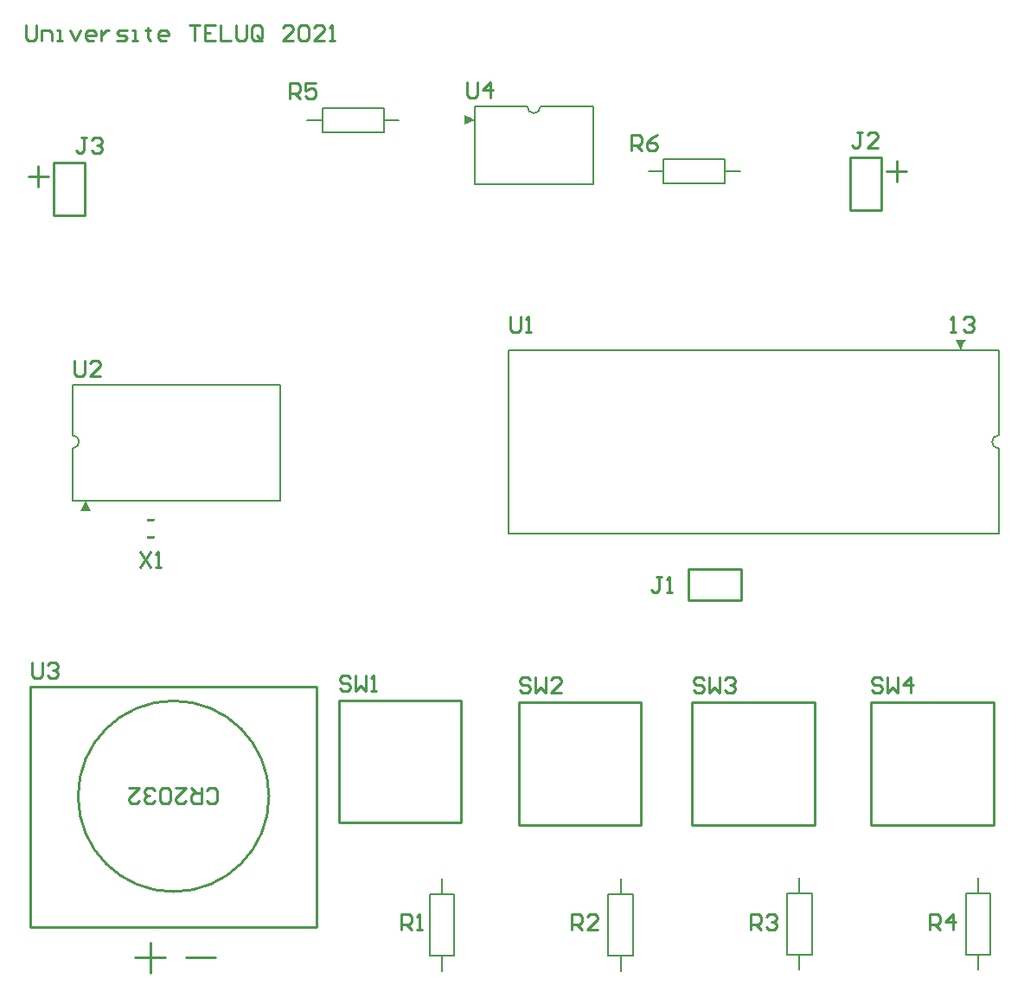
<source format=gbr>
%TF.GenerationSoftware,Altium Limited,Altium Designer,21.8.1 (53)*%
G04 Layer_Color=65535*
%FSLAX26Y26*%
%MOIN*%
%TF.SameCoordinates,5B9076D9-9D05-4804-A52A-FD960459403A*%
%TF.FilePolarity,Positive*%
%TF.FileFunction,Legend,Top*%
%TF.Part,Single*%
G01*
G75*
%TA.AperFunction,NonConductor*%
%ADD26C,0.010000*%
%ADD27C,0.007874*%
G36*
X318898Y2035433D02*
X299213Y1996063D01*
X338583D01*
X318898Y2035433D01*
D02*
G37*
G36*
X1818898Y3503937D02*
X1803150Y3511811D01*
X1779528Y3523622D01*
Y3488189D01*
X1818898Y3503937D01*
D02*
G37*
G36*
X3692913Y2618110D02*
X3704724Y2641732D01*
X3712598Y2657480D01*
X3673228D01*
X3692913Y2618110D01*
D02*
G37*
D26*
X559900Y1895672D02*
G03*
X581832Y1895672I10966J25588D01*
G01*
Y1962596D02*
G03*
X559900Y1962596I-10966J-25588D01*
G01*
X1026514Y897638D02*
G03*
X1026514Y897638I-367852J0D01*
G01*
X2657480Y787402D02*
Y1259842D01*
Y787402D02*
X3129921D01*
Y1259842D01*
X2657480D02*
X3129921D01*
X2848032Y1653543D02*
Y1771653D01*
X2643307Y1653543D02*
X2848032D01*
X2643307D02*
Y1771653D01*
X2848032D01*
X3346457Y1259842D02*
X3818898D01*
Y787402D02*
Y1259842D01*
X3346457Y787402D02*
X3818898D01*
X3346457D02*
Y1259842D01*
X1988189D02*
X2460630D01*
Y787402D02*
Y1259842D01*
X1988189Y787402D02*
X2460630D01*
X1988189D02*
Y1259842D01*
X1295275Y1267717D02*
X1767716D01*
Y795276D02*
Y1267717D01*
X1295275Y795276D02*
X1767716D01*
X1295275D02*
Y1267717D01*
X568110Y275591D02*
X627165D01*
X509055D02*
X568110D01*
Y216535D02*
Y334646D01*
X107480Y393701D02*
X1209842D01*
Y1318898D01*
X107480D02*
X1209842D01*
X107480Y393701D02*
Y1318898D01*
X705905Y275591D02*
X764961D01*
X820079D01*
X196850Y3135433D02*
Y3340157D01*
Y3135433D02*
X314961D01*
Y3340157D01*
X196850D02*
X314961D01*
X137795Y3248031D02*
Y3326772D01*
X98425Y3287401D02*
X177165D01*
X3405512Y3307087D02*
X3484252D01*
X3444882Y3267716D02*
Y3346457D01*
X3385827Y3155905D02*
Y3360630D01*
X3267717D02*
X3385827D01*
X3267717Y3155905D02*
Y3360630D01*
Y3155905D02*
X3385827D01*
X2701987Y1344984D02*
X2691990Y1354981D01*
X2671997D01*
X2662000Y1344984D01*
Y1334987D01*
X2671997Y1324990D01*
X2691990D01*
X2701987Y1314994D01*
Y1304997D01*
X2691990Y1295000D01*
X2671997D01*
X2662000Y1304997D01*
X2721981Y1354981D02*
Y1295000D01*
X2741974Y1314994D01*
X2761968Y1295000D01*
Y1354981D01*
X2781961Y1344984D02*
X2791958Y1354981D01*
X2811952D01*
X2821948Y1344984D01*
Y1334987D01*
X2811952Y1324990D01*
X2801955D01*
X2811952D01*
X2821948Y1314994D01*
Y1304997D01*
X2811952Y1295000D01*
X2791958D01*
X2781961Y1304997D01*
X2539370Y1742589D02*
X2519377D01*
X2529373D01*
Y1692605D01*
X2519377Y1682608D01*
X2509380D01*
X2499383Y1692605D01*
X2559364Y1682608D02*
X2579357D01*
X2569360D01*
Y1742589D01*
X2559364Y1732592D01*
X3572063Y383396D02*
Y443376D01*
X3602054D01*
X3612050Y433379D01*
Y413386D01*
X3602054Y403389D01*
X3572063D01*
X3592057D02*
X3612050Y383396D01*
X3662034D02*
Y443376D01*
X3632044Y413386D01*
X3672031D01*
X2883087Y383396D02*
Y443376D01*
X2913077D01*
X2923074Y433379D01*
Y413386D01*
X2913077Y403389D01*
X2883087D01*
X2903081D02*
X2923074Y383396D01*
X2943068Y433379D02*
X2953064Y443376D01*
X2973058D01*
X2983055Y433379D01*
Y423383D01*
X2973058Y413386D01*
X2963061D01*
X2973058D01*
X2983055Y403389D01*
Y393392D01*
X2973058Y383396D01*
X2953064D01*
X2943068Y393392D01*
X2194111Y383396D02*
Y443376D01*
X2224101D01*
X2234098Y433379D01*
Y413386D01*
X2224101Y403389D01*
X2194111D01*
X2214104D02*
X2234098Y383396D01*
X2294078D02*
X2254091D01*
X2294078Y423383D01*
Y433379D01*
X2284082Y443376D01*
X2264088D01*
X2254091Y433379D01*
X1534816Y383396D02*
Y443376D01*
X1564806D01*
X1574803Y433379D01*
Y413386D01*
X1564806Y403389D01*
X1534816D01*
X1554810D02*
X1574803Y383396D01*
X1594797D02*
X1614790D01*
X1604793D01*
Y443376D01*
X1594797Y433379D01*
X88740Y3869193D02*
Y3819209D01*
X98737Y3809213D01*
X118731D01*
X128727Y3819209D01*
Y3869193D01*
X148721Y3809213D02*
Y3849200D01*
X178711D01*
X188708Y3839203D01*
Y3809213D01*
X208701D02*
X228695D01*
X218698D01*
Y3849200D01*
X208701D01*
X258685D02*
X278679Y3809213D01*
X298672Y3849200D01*
X348656Y3809213D02*
X328663D01*
X318666Y3819209D01*
Y3839203D01*
X328663Y3849200D01*
X348656D01*
X358653Y3839203D01*
Y3829206D01*
X318666D01*
X378646Y3849200D02*
Y3809213D01*
Y3829206D01*
X388643Y3839203D01*
X398640Y3849200D01*
X408637D01*
X438627Y3809213D02*
X468617D01*
X478614Y3819209D01*
X468617Y3829206D01*
X448624D01*
X438627Y3839203D01*
X448624Y3849200D01*
X478614D01*
X498608Y3809213D02*
X518601D01*
X508604D01*
Y3849200D01*
X498608D01*
X558588Y3859196D02*
Y3849200D01*
X548591D01*
X568585D01*
X558588D01*
Y3819209D01*
X568585Y3809213D01*
X628566D02*
X608572D01*
X598575Y3819209D01*
Y3839203D01*
X608572Y3849200D01*
X628566D01*
X638562Y3839203D01*
Y3829206D01*
X598575D01*
X718536Y3869193D02*
X758524D01*
X738530D01*
Y3809213D01*
X818504Y3869193D02*
X778517D01*
Y3809213D01*
X818504D01*
X778517Y3839203D02*
X798510D01*
X838498Y3869193D02*
Y3809213D01*
X878485D01*
X898478Y3869193D02*
Y3819209D01*
X908475Y3809213D01*
X928468D01*
X938465Y3819209D01*
Y3869193D01*
X998446Y3819209D02*
Y3859196D01*
X988449Y3869193D01*
X968456D01*
X958459Y3859196D01*
Y3819209D01*
X968456Y3809213D01*
X988449D01*
X978452Y3829206D02*
X998446Y3809213D01*
X988449D02*
X998446Y3819209D01*
X1118407Y3809213D02*
X1078420D01*
X1118407Y3849200D01*
Y3859196D01*
X1108410Y3869193D01*
X1088417D01*
X1078420Y3859196D01*
X1138401D02*
X1148397Y3869193D01*
X1168391D01*
X1178388Y3859196D01*
Y3819209D01*
X1168391Y3809213D01*
X1148397D01*
X1138401Y3819209D01*
Y3859196D01*
X1238368Y3809213D02*
X1198381D01*
X1238368Y3849200D01*
Y3859196D01*
X1228371Y3869193D01*
X1208378D01*
X1198381Y3859196D01*
X1258362Y3809213D02*
X1278355D01*
X1268359D01*
Y3869193D01*
X1258362Y3859196D01*
X785833Y880958D02*
X795830Y870961D01*
X815824D01*
X825820Y880958D01*
Y920945D01*
X815824Y930942D01*
X795830D01*
X785833Y920945D01*
X765840Y930942D02*
Y870961D01*
X735850D01*
X725853Y880958D01*
Y900951D01*
X735850Y910948D01*
X765840D01*
X745846D02*
X725853Y930942D01*
X665872D02*
X705859D01*
X665872Y890955D01*
Y880958D01*
X675869Y870961D01*
X695862D01*
X705859Y880958D01*
X645879D02*
X635882Y870961D01*
X615888D01*
X605891Y880958D01*
Y920945D01*
X615888Y930942D01*
X635882D01*
X645879Y920945D01*
Y880958D01*
X585898D02*
X575901Y870961D01*
X555908D01*
X545911Y880958D01*
Y890955D01*
X555908Y900951D01*
X565904D01*
X555908D01*
X545911Y910948D01*
Y920945D01*
X555908Y930942D01*
X575901D01*
X585898Y920945D01*
X485930Y930942D02*
X525917D01*
X485930Y890955D01*
Y880958D01*
X495927Y870961D01*
X515921D01*
X525917Y880958D01*
X3651732Y2687165D02*
X3671726D01*
X3661729D01*
Y2747146D01*
X3651732Y2737149D01*
X3701716D02*
X3711713Y2747146D01*
X3731706D01*
X3741703Y2737149D01*
Y2727153D01*
X3731706Y2717156D01*
X3721710D01*
X3731706D01*
X3741703Y2707159D01*
Y2697162D01*
X3731706Y2687165D01*
X3711713D01*
X3701716Y2697162D01*
X3390987Y1344984D02*
X3380990Y1354981D01*
X3360997D01*
X3351000Y1344984D01*
Y1334987D01*
X3360997Y1324990D01*
X3380990D01*
X3390987Y1314994D01*
Y1304997D01*
X3380990Y1295000D01*
X3360997D01*
X3351000Y1304997D01*
X3410981Y1354981D02*
Y1295000D01*
X3430974Y1314994D01*
X3450968Y1295000D01*
Y1354981D01*
X3500952Y1295000D02*
Y1354981D01*
X3470961Y1324990D01*
X3510948D01*
X2032987Y1344984D02*
X2022990Y1354981D01*
X2002997D01*
X1993000Y1344984D01*
Y1334987D01*
X2002997Y1324990D01*
X2022990D01*
X2032987Y1314994D01*
Y1304997D01*
X2022990Y1295000D01*
X2002997D01*
X1993000Y1304997D01*
X2052981Y1354981D02*
Y1295000D01*
X2072974Y1314994D01*
X2092968Y1295000D01*
Y1354981D01*
X2152948Y1295000D02*
X2112961D01*
X2152948Y1334987D01*
Y1344984D01*
X2142952Y1354981D01*
X2122958D01*
X2112961Y1344984D01*
X1339987Y1352984D02*
X1329990Y1362981D01*
X1309997D01*
X1300000Y1352984D01*
Y1342987D01*
X1309997Y1332990D01*
X1329990D01*
X1339987Y1322994D01*
Y1312997D01*
X1329990Y1303000D01*
X1309997D01*
X1300000Y1312997D01*
X1359981Y1362981D02*
Y1303000D01*
X1379974Y1322994D01*
X1399968Y1303000D01*
Y1362981D01*
X1419961Y1303000D02*
X1439955D01*
X1429958D01*
Y1362981D01*
X1419961Y1352984D01*
X530879Y1841014D02*
X570866Y1781033D01*
Y1841014D02*
X530879Y1781033D01*
X590860D02*
X610853D01*
X600856D01*
Y1841014D01*
X590860Y1831017D01*
X324649Y3435502D02*
X304655D01*
X314652D01*
Y3385518D01*
X304655Y3375521D01*
X294659D01*
X284662Y3385518D01*
X344642Y3425505D02*
X354639Y3435502D01*
X374633D01*
X384630Y3425505D01*
Y3415509D01*
X374633Y3405512D01*
X364636D01*
X374633D01*
X384630Y3395515D01*
Y3385518D01*
X374633Y3375521D01*
X354639D01*
X344642Y3385518D01*
X275000Y2577981D02*
Y2527997D01*
X284997Y2518000D01*
X304990D01*
X314987Y2527997D01*
Y2577981D01*
X374968Y2518000D02*
X334981D01*
X374968Y2557987D01*
Y2567984D01*
X364971Y2577981D01*
X344977D01*
X334981Y2567984D01*
X1790000Y3648981D02*
Y3598997D01*
X1799997Y3589000D01*
X1819990D01*
X1829987Y3598997D01*
Y3648981D01*
X1879971Y3589000D02*
Y3648981D01*
X1849981Y3618990D01*
X1889968D01*
X112000Y1413981D02*
Y1363997D01*
X121997Y1354000D01*
X141990D01*
X151987Y1363997D01*
Y1413981D01*
X171981Y1403984D02*
X181977Y1413981D01*
X201971D01*
X211968Y1403984D01*
Y1393987D01*
X201971Y1383990D01*
X191974D01*
X201971D01*
X211968Y1373994D01*
Y1363997D01*
X201971Y1354000D01*
X181977D01*
X171981Y1363997D01*
X1955000Y2746981D02*
Y2696997D01*
X1964997Y2687000D01*
X1984990D01*
X1994987Y2696997D01*
Y2746981D01*
X2014981Y2687000D02*
X2034974D01*
X2024977D01*
Y2746981D01*
X2014981Y2736984D01*
X2423000Y3388000D02*
Y3447981D01*
X2452990D01*
X2462987Y3437984D01*
Y3417990D01*
X2452990Y3407994D01*
X2423000D01*
X2442994D02*
X2462987Y3388000D01*
X2522968Y3447981D02*
X2502974Y3437984D01*
X2482981Y3417990D01*
Y3397997D01*
X2492977Y3388000D01*
X2512971D01*
X2522968Y3397997D01*
Y3407994D01*
X2512971Y3417990D01*
X2482981D01*
X1108000Y3585000D02*
Y3644981D01*
X1137990D01*
X1147987Y3634984D01*
Y3614990D01*
X1137990Y3604994D01*
X1108000D01*
X1127994D02*
X1147987Y3585000D01*
X1207968Y3644981D02*
X1167981D01*
Y3614990D01*
X1187974Y3624987D01*
X1197971D01*
X1207968Y3614990D01*
Y3594997D01*
X1197971Y3585000D01*
X1177977D01*
X1167981Y3594997D01*
X3312987Y3455981D02*
X3292994D01*
X3302990D01*
Y3405997D01*
X3292994Y3396000D01*
X3282997D01*
X3273000Y3405997D01*
X3372968Y3396000D02*
X3332981D01*
X3372968Y3435987D01*
Y3445984D01*
X3362971Y3455981D01*
X3342977D01*
X3332981Y3445984D01*
D27*
X269291Y2238780D02*
G03*
X269291Y2288780I0J25000D01*
G01*
X3838189D02*
G03*
X3838189Y2238780I0J-25000D01*
G01*
X2022244Y3555512D02*
G03*
X2072244Y3555512I25000J0D01*
G01*
X3712599Y287402D02*
X3807087D01*
X3712599D02*
Y523622D01*
X3807087D01*
Y287402D02*
Y523622D01*
X3759843D02*
Y582677D01*
Y228346D02*
Y287402D01*
X3023622D02*
X3118110D01*
X3023622D02*
Y523622D01*
X3118110D01*
Y287402D02*
Y523622D01*
X3070866D02*
Y582677D01*
Y228346D02*
Y287402D01*
X2334646Y283465D02*
X2429134D01*
X2334646D02*
Y519685D01*
X2429134D01*
Y283465D02*
Y519685D01*
X2381890D02*
Y578740D01*
Y224410D02*
Y283465D01*
X1645669D02*
X1740158D01*
X1645669D02*
Y519685D01*
X1740158D01*
Y283465D02*
Y519685D01*
X1692914D02*
Y578740D01*
Y224410D02*
Y283465D01*
X269291Y2035433D02*
X1069291D01*
Y2484252D01*
X269291D02*
X1069291D01*
X269291Y2288780D02*
Y2484252D01*
Y2035433D02*
Y2238780D01*
X3838189Y1909449D02*
Y2238780D01*
Y2288780D02*
Y2618110D01*
X1948819Y2618110D02*
X3838189Y2618110D01*
X1948819Y1909449D02*
Y2618110D01*
Y1909449D02*
X3838189Y1909449D01*
X2275591Y3255512D02*
Y3555512D01*
X1818898Y3255512D02*
X2275591D01*
X1818898D02*
Y3555512D01*
X2072244D02*
X2275591D01*
X1818898D02*
X2022244D01*
X1173228Y3503937D02*
X1232283D01*
X1468504D02*
X1527559D01*
X1232283Y3456693D02*
X1468504D01*
Y3551181D01*
X1232283D02*
X1468504D01*
X1232283Y3456693D02*
Y3551181D01*
X2488189Y3307087D02*
X2547244D01*
X2783465D02*
X2842520D01*
X2547244Y3259843D02*
X2783465D01*
Y3354331D01*
X2547244D02*
X2783465D01*
X2547244Y3259843D02*
Y3354331D01*
%TF.MD5,27d0b7d631a565ca22b90eedd6fab8a6*%
M02*

</source>
